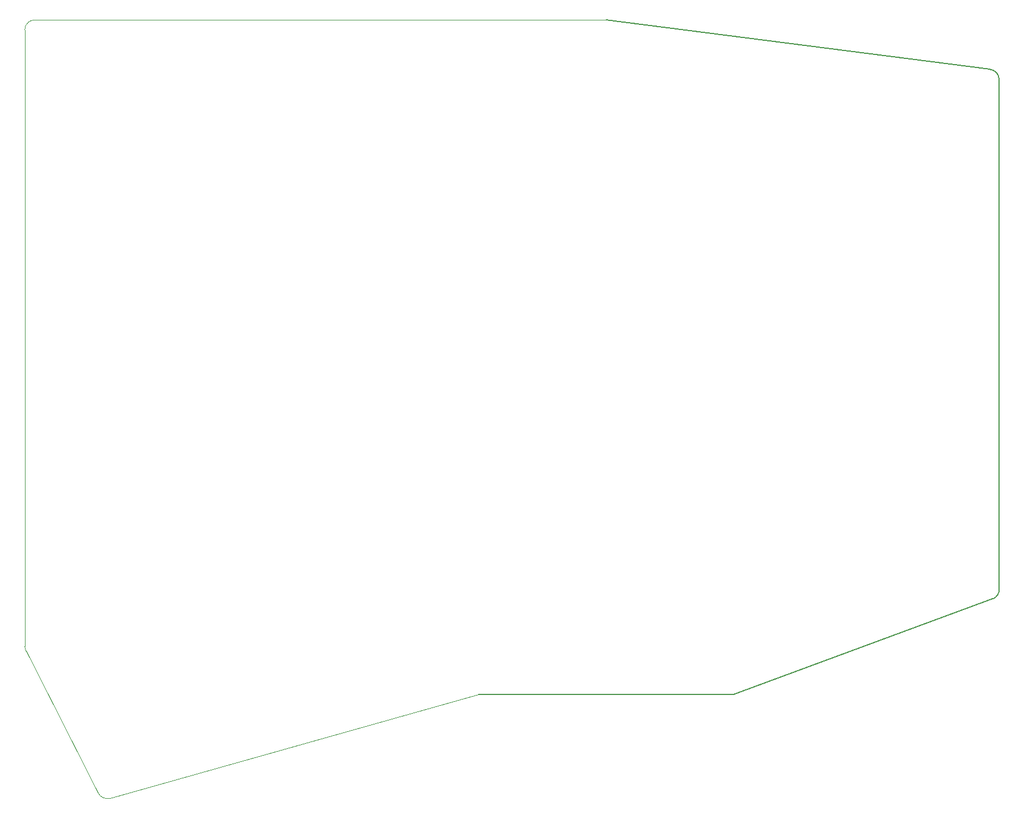
<source format=gbr>
%TF.GenerationSoftware,KiCad,Pcbnew,7.0.5-0*%
%TF.CreationDate,2024-02-11T16:35:11-08:00*%
%TF.ProjectId,Sofle_Pico_Bottom_Plate,536f666c-655f-4506-9963-6f5f426f7474,3.5.5*%
%TF.SameCoordinates,Original*%
%TF.FileFunction,Profile,NP*%
%FSLAX46Y46*%
G04 Gerber Fmt 4.6, Leading zero omitted, Abs format (unit mm)*
G04 Created by KiCad (PCBNEW 7.0.5-0) date 2024-02-11 16:35:11*
%MOMM*%
%LPD*%
G01*
G04 APERTURE LIST*
%TA.AperFunction,Profile*%
%ADD10C,0.100000*%
%TD*%
%TA.AperFunction,Profile*%
%ADD11C,0.150000*%
%TD*%
G04 APERTURE END LIST*
D10*
X90372729Y-155979599D02*
G75*
G03*
X92105118Y-156745430I1336471J680899D01*
G01*
D11*
X147119843Y-141249865D02*
X185219843Y-141249865D01*
X223914105Y-126977125D02*
G75*
G03*
X224819843Y-125599865I-594205J1377225D01*
G01*
X224819901Y-49399865D02*
G75*
G03*
X223483686Y-47898864I-1511201J-35D01*
G01*
D10*
X79398244Y-42000249D02*
X79398244Y-134055000D01*
D11*
X185219843Y-141249865D02*
X223914106Y-126977127D01*
D10*
X79398227Y-134055000D02*
G75*
G03*
X79561733Y-134762683I1501573J-25800D01*
G01*
D11*
X166169843Y-40499865D02*
X223483686Y-47898864D01*
D10*
X166169843Y-40499865D02*
X80898628Y-40499865D01*
X79561732Y-134762683D02*
X90372724Y-155979601D01*
X92105118Y-156745430D02*
X147119843Y-141249865D01*
X80898628Y-40499844D02*
G75*
G03*
X79398244Y-42000249I72J-1500456D01*
G01*
D11*
X224819843Y-49399865D02*
X224819843Y-125599865D01*
M02*

</source>
